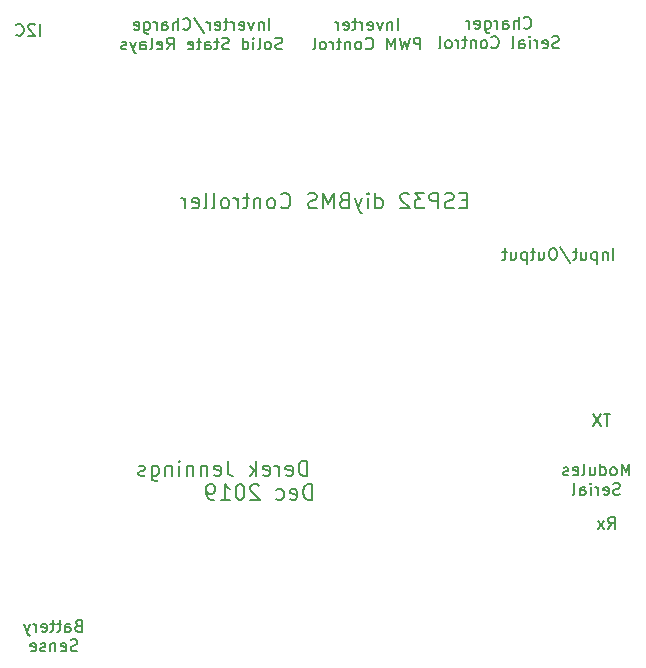
<source format=gbr>
G04 #@! TF.GenerationSoftware,KiCad,Pcbnew,5.1.4*
G04 #@! TF.CreationDate,2019-11-29T20:38:04+00:00*
G04 #@! TF.ProjectId,ESP32ControllerCircuit,45535033-3243-46f6-9e74-726f6c6c6572,rev?*
G04 #@! TF.SameCoordinates,Original*
G04 #@! TF.FileFunction,Legend,Bot*
G04 #@! TF.FilePolarity,Positive*
%FSLAX46Y46*%
G04 Gerber Fmt 4.6, Leading zero omitted, Abs format (unit mm)*
G04 Created by KiCad (PCBNEW 5.1.4) date 2019-11-29 20:38:04*
%MOMM*%
%LPD*%
G04 APERTURE LIST*
%ADD10C,0.150000*%
G04 APERTURE END LIST*
D10*
X89501428Y-129003571D02*
X89358571Y-129051190D01*
X89310952Y-129098809D01*
X89263333Y-129194047D01*
X89263333Y-129336904D01*
X89310952Y-129432142D01*
X89358571Y-129479761D01*
X89453809Y-129527380D01*
X89834761Y-129527380D01*
X89834761Y-128527380D01*
X89501428Y-128527380D01*
X89406190Y-128575000D01*
X89358571Y-128622619D01*
X89310952Y-128717857D01*
X89310952Y-128813095D01*
X89358571Y-128908333D01*
X89406190Y-128955952D01*
X89501428Y-129003571D01*
X89834761Y-129003571D01*
X88406190Y-129527380D02*
X88406190Y-129003571D01*
X88453809Y-128908333D01*
X88549047Y-128860714D01*
X88739523Y-128860714D01*
X88834761Y-128908333D01*
X88406190Y-129479761D02*
X88501428Y-129527380D01*
X88739523Y-129527380D01*
X88834761Y-129479761D01*
X88882380Y-129384523D01*
X88882380Y-129289285D01*
X88834761Y-129194047D01*
X88739523Y-129146428D01*
X88501428Y-129146428D01*
X88406190Y-129098809D01*
X88072857Y-128860714D02*
X87691904Y-128860714D01*
X87930000Y-128527380D02*
X87930000Y-129384523D01*
X87882380Y-129479761D01*
X87787142Y-129527380D01*
X87691904Y-129527380D01*
X87501428Y-128860714D02*
X87120476Y-128860714D01*
X87358571Y-128527380D02*
X87358571Y-129384523D01*
X87310952Y-129479761D01*
X87215714Y-129527380D01*
X87120476Y-129527380D01*
X86406190Y-129479761D02*
X86501428Y-129527380D01*
X86691904Y-129527380D01*
X86787142Y-129479761D01*
X86834761Y-129384523D01*
X86834761Y-129003571D01*
X86787142Y-128908333D01*
X86691904Y-128860714D01*
X86501428Y-128860714D01*
X86406190Y-128908333D01*
X86358571Y-129003571D01*
X86358571Y-129098809D01*
X86834761Y-129194047D01*
X85930000Y-129527380D02*
X85930000Y-128860714D01*
X85930000Y-129051190D02*
X85882380Y-128955952D01*
X85834761Y-128908333D01*
X85739523Y-128860714D01*
X85644285Y-128860714D01*
X85406190Y-128860714D02*
X85168095Y-129527380D01*
X84930000Y-128860714D02*
X85168095Y-129527380D01*
X85263333Y-129765476D01*
X85310952Y-129813095D01*
X85406190Y-129860714D01*
X89430000Y-131129761D02*
X89287142Y-131177380D01*
X89049047Y-131177380D01*
X88953809Y-131129761D01*
X88906190Y-131082142D01*
X88858571Y-130986904D01*
X88858571Y-130891666D01*
X88906190Y-130796428D01*
X88953809Y-130748809D01*
X89049047Y-130701190D01*
X89239523Y-130653571D01*
X89334761Y-130605952D01*
X89382380Y-130558333D01*
X89430000Y-130463095D01*
X89430000Y-130367857D01*
X89382380Y-130272619D01*
X89334761Y-130225000D01*
X89239523Y-130177380D01*
X89001428Y-130177380D01*
X88858571Y-130225000D01*
X88049047Y-131129761D02*
X88144285Y-131177380D01*
X88334761Y-131177380D01*
X88430000Y-131129761D01*
X88477619Y-131034523D01*
X88477619Y-130653571D01*
X88430000Y-130558333D01*
X88334761Y-130510714D01*
X88144285Y-130510714D01*
X88049047Y-130558333D01*
X88001428Y-130653571D01*
X88001428Y-130748809D01*
X88477619Y-130844047D01*
X87572857Y-130510714D02*
X87572857Y-131177380D01*
X87572857Y-130605952D02*
X87525238Y-130558333D01*
X87430000Y-130510714D01*
X87287142Y-130510714D01*
X87191904Y-130558333D01*
X87144285Y-130653571D01*
X87144285Y-131177380D01*
X86715714Y-131129761D02*
X86620476Y-131177380D01*
X86430000Y-131177380D01*
X86334761Y-131129761D01*
X86287142Y-131034523D01*
X86287142Y-130986904D01*
X86334761Y-130891666D01*
X86430000Y-130844047D01*
X86572857Y-130844047D01*
X86668095Y-130796428D01*
X86715714Y-130701190D01*
X86715714Y-130653571D01*
X86668095Y-130558333D01*
X86572857Y-130510714D01*
X86430000Y-130510714D01*
X86334761Y-130558333D01*
X85477619Y-131129761D02*
X85572857Y-131177380D01*
X85763333Y-131177380D01*
X85858571Y-131129761D01*
X85906190Y-131034523D01*
X85906190Y-130653571D01*
X85858571Y-130558333D01*
X85763333Y-130510714D01*
X85572857Y-130510714D01*
X85477619Y-130558333D01*
X85430000Y-130653571D01*
X85430000Y-130748809D01*
X85906190Y-130844047D01*
X134355238Y-120812380D02*
X134688571Y-120336190D01*
X134926666Y-120812380D02*
X134926666Y-119812380D01*
X134545714Y-119812380D01*
X134450476Y-119860000D01*
X134402857Y-119907619D01*
X134355238Y-120002857D01*
X134355238Y-120145714D01*
X134402857Y-120240952D01*
X134450476Y-120288571D01*
X134545714Y-120336190D01*
X134926666Y-120336190D01*
X134021904Y-120812380D02*
X133498095Y-120145714D01*
X134021904Y-120145714D02*
X133498095Y-120812380D01*
X134551904Y-111102380D02*
X133980476Y-111102380D01*
X134266190Y-112102380D02*
X134266190Y-111102380D01*
X133742380Y-111102380D02*
X133075714Y-112102380D01*
X133075714Y-111102380D02*
X133742380Y-112102380D01*
X127225238Y-78372142D02*
X127272857Y-78419761D01*
X127415714Y-78467380D01*
X127510952Y-78467380D01*
X127653809Y-78419761D01*
X127749047Y-78324523D01*
X127796666Y-78229285D01*
X127844285Y-78038809D01*
X127844285Y-77895952D01*
X127796666Y-77705476D01*
X127749047Y-77610238D01*
X127653809Y-77515000D01*
X127510952Y-77467380D01*
X127415714Y-77467380D01*
X127272857Y-77515000D01*
X127225238Y-77562619D01*
X126796666Y-78467380D02*
X126796666Y-77467380D01*
X126368095Y-78467380D02*
X126368095Y-77943571D01*
X126415714Y-77848333D01*
X126510952Y-77800714D01*
X126653809Y-77800714D01*
X126749047Y-77848333D01*
X126796666Y-77895952D01*
X125463333Y-78467380D02*
X125463333Y-77943571D01*
X125510952Y-77848333D01*
X125606190Y-77800714D01*
X125796666Y-77800714D01*
X125891904Y-77848333D01*
X125463333Y-78419761D02*
X125558571Y-78467380D01*
X125796666Y-78467380D01*
X125891904Y-78419761D01*
X125939523Y-78324523D01*
X125939523Y-78229285D01*
X125891904Y-78134047D01*
X125796666Y-78086428D01*
X125558571Y-78086428D01*
X125463333Y-78038809D01*
X124987142Y-78467380D02*
X124987142Y-77800714D01*
X124987142Y-77991190D02*
X124939523Y-77895952D01*
X124891904Y-77848333D01*
X124796666Y-77800714D01*
X124701428Y-77800714D01*
X123939523Y-77800714D02*
X123939523Y-78610238D01*
X123987142Y-78705476D01*
X124034761Y-78753095D01*
X124130000Y-78800714D01*
X124272857Y-78800714D01*
X124368095Y-78753095D01*
X123939523Y-78419761D02*
X124034761Y-78467380D01*
X124225238Y-78467380D01*
X124320476Y-78419761D01*
X124368095Y-78372142D01*
X124415714Y-78276904D01*
X124415714Y-77991190D01*
X124368095Y-77895952D01*
X124320476Y-77848333D01*
X124225238Y-77800714D01*
X124034761Y-77800714D01*
X123939523Y-77848333D01*
X123082380Y-78419761D02*
X123177619Y-78467380D01*
X123368095Y-78467380D01*
X123463333Y-78419761D01*
X123510952Y-78324523D01*
X123510952Y-77943571D01*
X123463333Y-77848333D01*
X123368095Y-77800714D01*
X123177619Y-77800714D01*
X123082380Y-77848333D01*
X123034761Y-77943571D01*
X123034761Y-78038809D01*
X123510952Y-78134047D01*
X122606190Y-78467380D02*
X122606190Y-77800714D01*
X122606190Y-77991190D02*
X122558571Y-77895952D01*
X122510952Y-77848333D01*
X122415714Y-77800714D01*
X122320476Y-77800714D01*
X130201428Y-80069761D02*
X130058571Y-80117380D01*
X129820476Y-80117380D01*
X129725238Y-80069761D01*
X129677619Y-80022142D01*
X129630000Y-79926904D01*
X129630000Y-79831666D01*
X129677619Y-79736428D01*
X129725238Y-79688809D01*
X129820476Y-79641190D01*
X130010952Y-79593571D01*
X130106190Y-79545952D01*
X130153809Y-79498333D01*
X130201428Y-79403095D01*
X130201428Y-79307857D01*
X130153809Y-79212619D01*
X130106190Y-79165000D01*
X130010952Y-79117380D01*
X129772857Y-79117380D01*
X129630000Y-79165000D01*
X128820476Y-80069761D02*
X128915714Y-80117380D01*
X129106190Y-80117380D01*
X129201428Y-80069761D01*
X129249047Y-79974523D01*
X129249047Y-79593571D01*
X129201428Y-79498333D01*
X129106190Y-79450714D01*
X128915714Y-79450714D01*
X128820476Y-79498333D01*
X128772857Y-79593571D01*
X128772857Y-79688809D01*
X129249047Y-79784047D01*
X128344285Y-80117380D02*
X128344285Y-79450714D01*
X128344285Y-79641190D02*
X128296666Y-79545952D01*
X128249047Y-79498333D01*
X128153809Y-79450714D01*
X128058571Y-79450714D01*
X127725238Y-80117380D02*
X127725238Y-79450714D01*
X127725238Y-79117380D02*
X127772857Y-79165000D01*
X127725238Y-79212619D01*
X127677619Y-79165000D01*
X127725238Y-79117380D01*
X127725238Y-79212619D01*
X126820476Y-80117380D02*
X126820476Y-79593571D01*
X126868095Y-79498333D01*
X126963333Y-79450714D01*
X127153809Y-79450714D01*
X127249047Y-79498333D01*
X126820476Y-80069761D02*
X126915714Y-80117380D01*
X127153809Y-80117380D01*
X127249047Y-80069761D01*
X127296666Y-79974523D01*
X127296666Y-79879285D01*
X127249047Y-79784047D01*
X127153809Y-79736428D01*
X126915714Y-79736428D01*
X126820476Y-79688809D01*
X126201428Y-80117380D02*
X126296666Y-80069761D01*
X126344285Y-79974523D01*
X126344285Y-79117380D01*
X124487142Y-80022142D02*
X124534761Y-80069761D01*
X124677619Y-80117380D01*
X124772857Y-80117380D01*
X124915714Y-80069761D01*
X125010952Y-79974523D01*
X125058571Y-79879285D01*
X125106190Y-79688809D01*
X125106190Y-79545952D01*
X125058571Y-79355476D01*
X125010952Y-79260238D01*
X124915714Y-79165000D01*
X124772857Y-79117380D01*
X124677619Y-79117380D01*
X124534761Y-79165000D01*
X124487142Y-79212619D01*
X123915714Y-80117380D02*
X124010952Y-80069761D01*
X124058571Y-80022142D01*
X124106190Y-79926904D01*
X124106190Y-79641190D01*
X124058571Y-79545952D01*
X124010952Y-79498333D01*
X123915714Y-79450714D01*
X123772857Y-79450714D01*
X123677619Y-79498333D01*
X123630000Y-79545952D01*
X123582380Y-79641190D01*
X123582380Y-79926904D01*
X123630000Y-80022142D01*
X123677619Y-80069761D01*
X123772857Y-80117380D01*
X123915714Y-80117380D01*
X123153809Y-79450714D02*
X123153809Y-80117380D01*
X123153809Y-79545952D02*
X123106190Y-79498333D01*
X123010952Y-79450714D01*
X122868095Y-79450714D01*
X122772857Y-79498333D01*
X122725238Y-79593571D01*
X122725238Y-80117380D01*
X122391904Y-79450714D02*
X122010952Y-79450714D01*
X122249047Y-79117380D02*
X122249047Y-79974523D01*
X122201428Y-80069761D01*
X122106190Y-80117380D01*
X122010952Y-80117380D01*
X121677619Y-80117380D02*
X121677619Y-79450714D01*
X121677619Y-79641190D02*
X121630000Y-79545952D01*
X121582380Y-79498333D01*
X121487142Y-79450714D01*
X121391904Y-79450714D01*
X120915714Y-80117380D02*
X121010952Y-80069761D01*
X121058571Y-80022142D01*
X121106190Y-79926904D01*
X121106190Y-79641190D01*
X121058571Y-79545952D01*
X121010952Y-79498333D01*
X120915714Y-79450714D01*
X120772857Y-79450714D01*
X120677619Y-79498333D01*
X120630000Y-79545952D01*
X120582380Y-79641190D01*
X120582380Y-79926904D01*
X120630000Y-80022142D01*
X120677619Y-80069761D01*
X120772857Y-80117380D01*
X120915714Y-80117380D01*
X120010952Y-80117380D02*
X120106190Y-80069761D01*
X120153809Y-79974523D01*
X120153809Y-79117380D01*
X116565238Y-78577380D02*
X116565238Y-77577380D01*
X116089047Y-77910714D02*
X116089047Y-78577380D01*
X116089047Y-78005952D02*
X116041428Y-77958333D01*
X115946190Y-77910714D01*
X115803333Y-77910714D01*
X115708095Y-77958333D01*
X115660476Y-78053571D01*
X115660476Y-78577380D01*
X115279523Y-77910714D02*
X115041428Y-78577380D01*
X114803333Y-77910714D01*
X114041428Y-78529761D02*
X114136666Y-78577380D01*
X114327142Y-78577380D01*
X114422380Y-78529761D01*
X114470000Y-78434523D01*
X114470000Y-78053571D01*
X114422380Y-77958333D01*
X114327142Y-77910714D01*
X114136666Y-77910714D01*
X114041428Y-77958333D01*
X113993809Y-78053571D01*
X113993809Y-78148809D01*
X114470000Y-78244047D01*
X113565238Y-78577380D02*
X113565238Y-77910714D01*
X113565238Y-78101190D02*
X113517619Y-78005952D01*
X113470000Y-77958333D01*
X113374761Y-77910714D01*
X113279523Y-77910714D01*
X113089047Y-77910714D02*
X112708095Y-77910714D01*
X112946190Y-77577380D02*
X112946190Y-78434523D01*
X112898571Y-78529761D01*
X112803333Y-78577380D01*
X112708095Y-78577380D01*
X111993809Y-78529761D02*
X112089047Y-78577380D01*
X112279523Y-78577380D01*
X112374761Y-78529761D01*
X112422380Y-78434523D01*
X112422380Y-78053571D01*
X112374761Y-77958333D01*
X112279523Y-77910714D01*
X112089047Y-77910714D01*
X111993809Y-77958333D01*
X111946190Y-78053571D01*
X111946190Y-78148809D01*
X112422380Y-78244047D01*
X111517619Y-78577380D02*
X111517619Y-77910714D01*
X111517619Y-78101190D02*
X111470000Y-78005952D01*
X111422380Y-77958333D01*
X111327142Y-77910714D01*
X111231904Y-77910714D01*
X118470000Y-80227380D02*
X118470000Y-79227380D01*
X118089047Y-79227380D01*
X117993809Y-79275000D01*
X117946190Y-79322619D01*
X117898571Y-79417857D01*
X117898571Y-79560714D01*
X117946190Y-79655952D01*
X117993809Y-79703571D01*
X118089047Y-79751190D01*
X118470000Y-79751190D01*
X117565238Y-79227380D02*
X117327142Y-80227380D01*
X117136666Y-79513095D01*
X116946190Y-80227380D01*
X116708095Y-79227380D01*
X116327142Y-80227380D02*
X116327142Y-79227380D01*
X115993809Y-79941666D01*
X115660476Y-79227380D01*
X115660476Y-80227380D01*
X113850952Y-80132142D02*
X113898571Y-80179761D01*
X114041428Y-80227380D01*
X114136666Y-80227380D01*
X114279523Y-80179761D01*
X114374761Y-80084523D01*
X114422380Y-79989285D01*
X114470000Y-79798809D01*
X114470000Y-79655952D01*
X114422380Y-79465476D01*
X114374761Y-79370238D01*
X114279523Y-79275000D01*
X114136666Y-79227380D01*
X114041428Y-79227380D01*
X113898571Y-79275000D01*
X113850952Y-79322619D01*
X113279523Y-80227380D02*
X113374761Y-80179761D01*
X113422380Y-80132142D01*
X113470000Y-80036904D01*
X113470000Y-79751190D01*
X113422380Y-79655952D01*
X113374761Y-79608333D01*
X113279523Y-79560714D01*
X113136666Y-79560714D01*
X113041428Y-79608333D01*
X112993809Y-79655952D01*
X112946190Y-79751190D01*
X112946190Y-80036904D01*
X112993809Y-80132142D01*
X113041428Y-80179761D01*
X113136666Y-80227380D01*
X113279523Y-80227380D01*
X112517619Y-79560714D02*
X112517619Y-80227380D01*
X112517619Y-79655952D02*
X112470000Y-79608333D01*
X112374761Y-79560714D01*
X112231904Y-79560714D01*
X112136666Y-79608333D01*
X112089047Y-79703571D01*
X112089047Y-80227380D01*
X111755714Y-79560714D02*
X111374761Y-79560714D01*
X111612857Y-79227380D02*
X111612857Y-80084523D01*
X111565238Y-80179761D01*
X111470000Y-80227380D01*
X111374761Y-80227380D01*
X111041428Y-80227380D02*
X111041428Y-79560714D01*
X111041428Y-79751190D02*
X110993809Y-79655952D01*
X110946190Y-79608333D01*
X110850952Y-79560714D01*
X110755714Y-79560714D01*
X110279523Y-80227380D02*
X110374761Y-80179761D01*
X110422380Y-80132142D01*
X110470000Y-80036904D01*
X110470000Y-79751190D01*
X110422380Y-79655952D01*
X110374761Y-79608333D01*
X110279523Y-79560714D01*
X110136666Y-79560714D01*
X110041428Y-79608333D01*
X109993809Y-79655952D01*
X109946190Y-79751190D01*
X109946190Y-80036904D01*
X109993809Y-80132142D01*
X110041428Y-80179761D01*
X110136666Y-80227380D01*
X110279523Y-80227380D01*
X109374761Y-80227380D02*
X109470000Y-80179761D01*
X109517619Y-80084523D01*
X109517619Y-79227380D01*
X105674285Y-78577380D02*
X105674285Y-77577380D01*
X105198095Y-77910714D02*
X105198095Y-78577380D01*
X105198095Y-78005952D02*
X105150476Y-77958333D01*
X105055238Y-77910714D01*
X104912380Y-77910714D01*
X104817142Y-77958333D01*
X104769523Y-78053571D01*
X104769523Y-78577380D01*
X104388571Y-77910714D02*
X104150476Y-78577380D01*
X103912380Y-77910714D01*
X103150476Y-78529761D02*
X103245714Y-78577380D01*
X103436190Y-78577380D01*
X103531428Y-78529761D01*
X103579047Y-78434523D01*
X103579047Y-78053571D01*
X103531428Y-77958333D01*
X103436190Y-77910714D01*
X103245714Y-77910714D01*
X103150476Y-77958333D01*
X103102857Y-78053571D01*
X103102857Y-78148809D01*
X103579047Y-78244047D01*
X102674285Y-78577380D02*
X102674285Y-77910714D01*
X102674285Y-78101190D02*
X102626666Y-78005952D01*
X102579047Y-77958333D01*
X102483809Y-77910714D01*
X102388571Y-77910714D01*
X102198095Y-77910714D02*
X101817142Y-77910714D01*
X102055238Y-77577380D02*
X102055238Y-78434523D01*
X102007619Y-78529761D01*
X101912380Y-78577380D01*
X101817142Y-78577380D01*
X101102857Y-78529761D02*
X101198095Y-78577380D01*
X101388571Y-78577380D01*
X101483809Y-78529761D01*
X101531428Y-78434523D01*
X101531428Y-78053571D01*
X101483809Y-77958333D01*
X101388571Y-77910714D01*
X101198095Y-77910714D01*
X101102857Y-77958333D01*
X101055238Y-78053571D01*
X101055238Y-78148809D01*
X101531428Y-78244047D01*
X100626666Y-78577380D02*
X100626666Y-77910714D01*
X100626666Y-78101190D02*
X100579047Y-78005952D01*
X100531428Y-77958333D01*
X100436190Y-77910714D01*
X100340952Y-77910714D01*
X99293333Y-77529761D02*
X100150476Y-78815476D01*
X98388571Y-78482142D02*
X98436190Y-78529761D01*
X98579047Y-78577380D01*
X98674285Y-78577380D01*
X98817142Y-78529761D01*
X98912380Y-78434523D01*
X98960000Y-78339285D01*
X99007619Y-78148809D01*
X99007619Y-78005952D01*
X98960000Y-77815476D01*
X98912380Y-77720238D01*
X98817142Y-77625000D01*
X98674285Y-77577380D01*
X98579047Y-77577380D01*
X98436190Y-77625000D01*
X98388571Y-77672619D01*
X97960000Y-78577380D02*
X97960000Y-77577380D01*
X97531428Y-78577380D02*
X97531428Y-78053571D01*
X97579047Y-77958333D01*
X97674285Y-77910714D01*
X97817142Y-77910714D01*
X97912380Y-77958333D01*
X97960000Y-78005952D01*
X96626666Y-78577380D02*
X96626666Y-78053571D01*
X96674285Y-77958333D01*
X96769523Y-77910714D01*
X96960000Y-77910714D01*
X97055238Y-77958333D01*
X96626666Y-78529761D02*
X96721904Y-78577380D01*
X96960000Y-78577380D01*
X97055238Y-78529761D01*
X97102857Y-78434523D01*
X97102857Y-78339285D01*
X97055238Y-78244047D01*
X96960000Y-78196428D01*
X96721904Y-78196428D01*
X96626666Y-78148809D01*
X96150476Y-78577380D02*
X96150476Y-77910714D01*
X96150476Y-78101190D02*
X96102857Y-78005952D01*
X96055238Y-77958333D01*
X95960000Y-77910714D01*
X95864761Y-77910714D01*
X95102857Y-77910714D02*
X95102857Y-78720238D01*
X95150476Y-78815476D01*
X95198095Y-78863095D01*
X95293333Y-78910714D01*
X95436190Y-78910714D01*
X95531428Y-78863095D01*
X95102857Y-78529761D02*
X95198095Y-78577380D01*
X95388571Y-78577380D01*
X95483809Y-78529761D01*
X95531428Y-78482142D01*
X95579047Y-78386904D01*
X95579047Y-78101190D01*
X95531428Y-78005952D01*
X95483809Y-77958333D01*
X95388571Y-77910714D01*
X95198095Y-77910714D01*
X95102857Y-77958333D01*
X94245714Y-78529761D02*
X94340952Y-78577380D01*
X94531428Y-78577380D01*
X94626666Y-78529761D01*
X94674285Y-78434523D01*
X94674285Y-78053571D01*
X94626666Y-77958333D01*
X94531428Y-77910714D01*
X94340952Y-77910714D01*
X94245714Y-77958333D01*
X94198095Y-78053571D01*
X94198095Y-78148809D01*
X94674285Y-78244047D01*
X106769523Y-80179761D02*
X106626666Y-80227380D01*
X106388571Y-80227380D01*
X106293333Y-80179761D01*
X106245714Y-80132142D01*
X106198095Y-80036904D01*
X106198095Y-79941666D01*
X106245714Y-79846428D01*
X106293333Y-79798809D01*
X106388571Y-79751190D01*
X106579047Y-79703571D01*
X106674285Y-79655952D01*
X106721904Y-79608333D01*
X106769523Y-79513095D01*
X106769523Y-79417857D01*
X106721904Y-79322619D01*
X106674285Y-79275000D01*
X106579047Y-79227380D01*
X106340952Y-79227380D01*
X106198095Y-79275000D01*
X105626666Y-80227380D02*
X105721904Y-80179761D01*
X105769523Y-80132142D01*
X105817142Y-80036904D01*
X105817142Y-79751190D01*
X105769523Y-79655952D01*
X105721904Y-79608333D01*
X105626666Y-79560714D01*
X105483809Y-79560714D01*
X105388571Y-79608333D01*
X105340952Y-79655952D01*
X105293333Y-79751190D01*
X105293333Y-80036904D01*
X105340952Y-80132142D01*
X105388571Y-80179761D01*
X105483809Y-80227380D01*
X105626666Y-80227380D01*
X104721904Y-80227380D02*
X104817142Y-80179761D01*
X104864761Y-80084523D01*
X104864761Y-79227380D01*
X104340952Y-80227380D02*
X104340952Y-79560714D01*
X104340952Y-79227380D02*
X104388571Y-79275000D01*
X104340952Y-79322619D01*
X104293333Y-79275000D01*
X104340952Y-79227380D01*
X104340952Y-79322619D01*
X103436190Y-80227380D02*
X103436190Y-79227380D01*
X103436190Y-80179761D02*
X103531428Y-80227380D01*
X103721904Y-80227380D01*
X103817142Y-80179761D01*
X103864761Y-80132142D01*
X103912380Y-80036904D01*
X103912380Y-79751190D01*
X103864761Y-79655952D01*
X103817142Y-79608333D01*
X103721904Y-79560714D01*
X103531428Y-79560714D01*
X103436190Y-79608333D01*
X102245714Y-80179761D02*
X102102857Y-80227380D01*
X101864761Y-80227380D01*
X101769523Y-80179761D01*
X101721904Y-80132142D01*
X101674285Y-80036904D01*
X101674285Y-79941666D01*
X101721904Y-79846428D01*
X101769523Y-79798809D01*
X101864761Y-79751190D01*
X102055238Y-79703571D01*
X102150476Y-79655952D01*
X102198095Y-79608333D01*
X102245714Y-79513095D01*
X102245714Y-79417857D01*
X102198095Y-79322619D01*
X102150476Y-79275000D01*
X102055238Y-79227380D01*
X101817142Y-79227380D01*
X101674285Y-79275000D01*
X101388571Y-79560714D02*
X101007619Y-79560714D01*
X101245714Y-79227380D02*
X101245714Y-80084523D01*
X101198095Y-80179761D01*
X101102857Y-80227380D01*
X101007619Y-80227380D01*
X100245714Y-80227380D02*
X100245714Y-79703571D01*
X100293333Y-79608333D01*
X100388571Y-79560714D01*
X100579047Y-79560714D01*
X100674285Y-79608333D01*
X100245714Y-80179761D02*
X100340952Y-80227380D01*
X100579047Y-80227380D01*
X100674285Y-80179761D01*
X100721904Y-80084523D01*
X100721904Y-79989285D01*
X100674285Y-79894047D01*
X100579047Y-79846428D01*
X100340952Y-79846428D01*
X100245714Y-79798809D01*
X99912380Y-79560714D02*
X99531428Y-79560714D01*
X99769523Y-79227380D02*
X99769523Y-80084523D01*
X99721904Y-80179761D01*
X99626666Y-80227380D01*
X99531428Y-80227380D01*
X98817142Y-80179761D02*
X98912380Y-80227380D01*
X99102857Y-80227380D01*
X99198095Y-80179761D01*
X99245714Y-80084523D01*
X99245714Y-79703571D01*
X99198095Y-79608333D01*
X99102857Y-79560714D01*
X98912380Y-79560714D01*
X98817142Y-79608333D01*
X98769523Y-79703571D01*
X98769523Y-79798809D01*
X99245714Y-79894047D01*
X97007619Y-80227380D02*
X97340952Y-79751190D01*
X97579047Y-80227380D02*
X97579047Y-79227380D01*
X97198095Y-79227380D01*
X97102857Y-79275000D01*
X97055238Y-79322619D01*
X97007619Y-79417857D01*
X97007619Y-79560714D01*
X97055238Y-79655952D01*
X97102857Y-79703571D01*
X97198095Y-79751190D01*
X97579047Y-79751190D01*
X96198095Y-80179761D02*
X96293333Y-80227380D01*
X96483809Y-80227380D01*
X96579047Y-80179761D01*
X96626666Y-80084523D01*
X96626666Y-79703571D01*
X96579047Y-79608333D01*
X96483809Y-79560714D01*
X96293333Y-79560714D01*
X96198095Y-79608333D01*
X96150476Y-79703571D01*
X96150476Y-79798809D01*
X96626666Y-79894047D01*
X95579047Y-80227380D02*
X95674285Y-80179761D01*
X95721904Y-80084523D01*
X95721904Y-79227380D01*
X94769523Y-80227380D02*
X94769523Y-79703571D01*
X94817142Y-79608333D01*
X94912380Y-79560714D01*
X95102857Y-79560714D01*
X95198095Y-79608333D01*
X94769523Y-80179761D02*
X94864761Y-80227380D01*
X95102857Y-80227380D01*
X95198095Y-80179761D01*
X95245714Y-80084523D01*
X95245714Y-79989285D01*
X95198095Y-79894047D01*
X95102857Y-79846428D01*
X94864761Y-79846428D01*
X94769523Y-79798809D01*
X94388571Y-79560714D02*
X94150476Y-80227380D01*
X93912380Y-79560714D02*
X94150476Y-80227380D01*
X94245714Y-80465476D01*
X94293333Y-80513095D01*
X94388571Y-80560714D01*
X93579047Y-80179761D02*
X93483809Y-80227380D01*
X93293333Y-80227380D01*
X93198095Y-80179761D01*
X93150476Y-80084523D01*
X93150476Y-80036904D01*
X93198095Y-79941666D01*
X93293333Y-79894047D01*
X93436190Y-79894047D01*
X93531428Y-79846428D01*
X93579047Y-79751190D01*
X93579047Y-79703571D01*
X93531428Y-79608333D01*
X93436190Y-79560714D01*
X93293333Y-79560714D01*
X93198095Y-79608333D01*
X86256190Y-79062380D02*
X86256190Y-78062380D01*
X85827619Y-78157619D02*
X85780000Y-78110000D01*
X85684761Y-78062380D01*
X85446666Y-78062380D01*
X85351428Y-78110000D01*
X85303809Y-78157619D01*
X85256190Y-78252857D01*
X85256190Y-78348095D01*
X85303809Y-78490952D01*
X85875238Y-79062380D01*
X85256190Y-79062380D01*
X84256190Y-78967142D02*
X84303809Y-79014761D01*
X84446666Y-79062380D01*
X84541904Y-79062380D01*
X84684761Y-79014761D01*
X84780000Y-78919523D01*
X84827619Y-78824285D01*
X84875238Y-78633809D01*
X84875238Y-78490952D01*
X84827619Y-78300476D01*
X84780000Y-78205238D01*
X84684761Y-78110000D01*
X84541904Y-78062380D01*
X84446666Y-78062380D01*
X84303809Y-78110000D01*
X84256190Y-78157619D01*
X134799047Y-98042380D02*
X134799047Y-97042380D01*
X134322857Y-97375714D02*
X134322857Y-98042380D01*
X134322857Y-97470952D02*
X134275238Y-97423333D01*
X134180000Y-97375714D01*
X134037142Y-97375714D01*
X133941904Y-97423333D01*
X133894285Y-97518571D01*
X133894285Y-98042380D01*
X133418095Y-97375714D02*
X133418095Y-98375714D01*
X133418095Y-97423333D02*
X133322857Y-97375714D01*
X133132380Y-97375714D01*
X133037142Y-97423333D01*
X132989523Y-97470952D01*
X132941904Y-97566190D01*
X132941904Y-97851904D01*
X132989523Y-97947142D01*
X133037142Y-97994761D01*
X133132380Y-98042380D01*
X133322857Y-98042380D01*
X133418095Y-97994761D01*
X132084761Y-97375714D02*
X132084761Y-98042380D01*
X132513333Y-97375714D02*
X132513333Y-97899523D01*
X132465714Y-97994761D01*
X132370476Y-98042380D01*
X132227619Y-98042380D01*
X132132380Y-97994761D01*
X132084761Y-97947142D01*
X131751428Y-97375714D02*
X131370476Y-97375714D01*
X131608571Y-97042380D02*
X131608571Y-97899523D01*
X131560952Y-97994761D01*
X131465714Y-98042380D01*
X131370476Y-98042380D01*
X130322857Y-96994761D02*
X131180000Y-98280476D01*
X129799047Y-97042380D02*
X129608571Y-97042380D01*
X129513333Y-97090000D01*
X129418095Y-97185238D01*
X129370476Y-97375714D01*
X129370476Y-97709047D01*
X129418095Y-97899523D01*
X129513333Y-97994761D01*
X129608571Y-98042380D01*
X129799047Y-98042380D01*
X129894285Y-97994761D01*
X129989523Y-97899523D01*
X130037142Y-97709047D01*
X130037142Y-97375714D01*
X129989523Y-97185238D01*
X129894285Y-97090000D01*
X129799047Y-97042380D01*
X128513333Y-97375714D02*
X128513333Y-98042380D01*
X128941904Y-97375714D02*
X128941904Y-97899523D01*
X128894285Y-97994761D01*
X128799047Y-98042380D01*
X128656190Y-98042380D01*
X128560952Y-97994761D01*
X128513333Y-97947142D01*
X128180000Y-97375714D02*
X127799047Y-97375714D01*
X128037142Y-97042380D02*
X128037142Y-97899523D01*
X127989523Y-97994761D01*
X127894285Y-98042380D01*
X127799047Y-98042380D01*
X127465714Y-97375714D02*
X127465714Y-98375714D01*
X127465714Y-97423333D02*
X127370476Y-97375714D01*
X127180000Y-97375714D01*
X127084761Y-97423333D01*
X127037142Y-97470952D01*
X126989523Y-97566190D01*
X126989523Y-97851904D01*
X127037142Y-97947142D01*
X127084761Y-97994761D01*
X127180000Y-98042380D01*
X127370476Y-98042380D01*
X127465714Y-97994761D01*
X126132380Y-97375714D02*
X126132380Y-98042380D01*
X126560952Y-97375714D02*
X126560952Y-97899523D01*
X126513333Y-97994761D01*
X126418095Y-98042380D01*
X126275238Y-98042380D01*
X126180000Y-97994761D01*
X126132380Y-97947142D01*
X125799047Y-97375714D02*
X125418095Y-97375714D01*
X125656190Y-97042380D02*
X125656190Y-97899523D01*
X125608571Y-97994761D01*
X125513333Y-98042380D01*
X125418095Y-98042380D01*
X136175714Y-116287380D02*
X136175714Y-115287380D01*
X135842380Y-116001666D01*
X135509047Y-115287380D01*
X135509047Y-116287380D01*
X134890000Y-116287380D02*
X134985238Y-116239761D01*
X135032857Y-116192142D01*
X135080476Y-116096904D01*
X135080476Y-115811190D01*
X135032857Y-115715952D01*
X134985238Y-115668333D01*
X134890000Y-115620714D01*
X134747142Y-115620714D01*
X134651904Y-115668333D01*
X134604285Y-115715952D01*
X134556666Y-115811190D01*
X134556666Y-116096904D01*
X134604285Y-116192142D01*
X134651904Y-116239761D01*
X134747142Y-116287380D01*
X134890000Y-116287380D01*
X133699523Y-116287380D02*
X133699523Y-115287380D01*
X133699523Y-116239761D02*
X133794761Y-116287380D01*
X133985238Y-116287380D01*
X134080476Y-116239761D01*
X134128095Y-116192142D01*
X134175714Y-116096904D01*
X134175714Y-115811190D01*
X134128095Y-115715952D01*
X134080476Y-115668333D01*
X133985238Y-115620714D01*
X133794761Y-115620714D01*
X133699523Y-115668333D01*
X132794761Y-115620714D02*
X132794761Y-116287380D01*
X133223333Y-115620714D02*
X133223333Y-116144523D01*
X133175714Y-116239761D01*
X133080476Y-116287380D01*
X132937619Y-116287380D01*
X132842380Y-116239761D01*
X132794761Y-116192142D01*
X132175714Y-116287380D02*
X132270952Y-116239761D01*
X132318571Y-116144523D01*
X132318571Y-115287380D01*
X131413809Y-116239761D02*
X131509047Y-116287380D01*
X131699523Y-116287380D01*
X131794761Y-116239761D01*
X131842380Y-116144523D01*
X131842380Y-115763571D01*
X131794761Y-115668333D01*
X131699523Y-115620714D01*
X131509047Y-115620714D01*
X131413809Y-115668333D01*
X131366190Y-115763571D01*
X131366190Y-115858809D01*
X131842380Y-115954047D01*
X130985238Y-116239761D02*
X130890000Y-116287380D01*
X130699523Y-116287380D01*
X130604285Y-116239761D01*
X130556666Y-116144523D01*
X130556666Y-116096904D01*
X130604285Y-116001666D01*
X130699523Y-115954047D01*
X130842380Y-115954047D01*
X130937619Y-115906428D01*
X130985238Y-115811190D01*
X130985238Y-115763571D01*
X130937619Y-115668333D01*
X130842380Y-115620714D01*
X130699523Y-115620714D01*
X130604285Y-115668333D01*
X135366190Y-117889761D02*
X135223333Y-117937380D01*
X134985238Y-117937380D01*
X134890000Y-117889761D01*
X134842380Y-117842142D01*
X134794761Y-117746904D01*
X134794761Y-117651666D01*
X134842380Y-117556428D01*
X134890000Y-117508809D01*
X134985238Y-117461190D01*
X135175714Y-117413571D01*
X135270952Y-117365952D01*
X135318571Y-117318333D01*
X135366190Y-117223095D01*
X135366190Y-117127857D01*
X135318571Y-117032619D01*
X135270952Y-116985000D01*
X135175714Y-116937380D01*
X134937619Y-116937380D01*
X134794761Y-116985000D01*
X133985238Y-117889761D02*
X134080476Y-117937380D01*
X134270952Y-117937380D01*
X134366190Y-117889761D01*
X134413809Y-117794523D01*
X134413809Y-117413571D01*
X134366190Y-117318333D01*
X134270952Y-117270714D01*
X134080476Y-117270714D01*
X133985238Y-117318333D01*
X133937619Y-117413571D01*
X133937619Y-117508809D01*
X134413809Y-117604047D01*
X133509047Y-117937380D02*
X133509047Y-117270714D01*
X133509047Y-117461190D02*
X133461428Y-117365952D01*
X133413809Y-117318333D01*
X133318571Y-117270714D01*
X133223333Y-117270714D01*
X132890000Y-117937380D02*
X132890000Y-117270714D01*
X132890000Y-116937380D02*
X132937619Y-116985000D01*
X132890000Y-117032619D01*
X132842380Y-116985000D01*
X132890000Y-116937380D01*
X132890000Y-117032619D01*
X131985238Y-117937380D02*
X131985238Y-117413571D01*
X132032857Y-117318333D01*
X132128095Y-117270714D01*
X132318571Y-117270714D01*
X132413809Y-117318333D01*
X131985238Y-117889761D02*
X132080476Y-117937380D01*
X132318571Y-117937380D01*
X132413809Y-117889761D01*
X132461428Y-117794523D01*
X132461428Y-117699285D01*
X132413809Y-117604047D01*
X132318571Y-117556428D01*
X132080476Y-117556428D01*
X131985238Y-117508809D01*
X131366190Y-117937380D02*
X131461428Y-117889761D01*
X131509047Y-117794523D01*
X131509047Y-116937380D01*
X122389523Y-92997142D02*
X121956190Y-92997142D01*
X121770476Y-93678095D02*
X122389523Y-93678095D01*
X122389523Y-92378095D01*
X121770476Y-92378095D01*
X121275238Y-93616190D02*
X121089523Y-93678095D01*
X120780000Y-93678095D01*
X120656190Y-93616190D01*
X120594285Y-93554285D01*
X120532380Y-93430476D01*
X120532380Y-93306666D01*
X120594285Y-93182857D01*
X120656190Y-93120952D01*
X120780000Y-93059047D01*
X121027619Y-92997142D01*
X121151428Y-92935238D01*
X121213333Y-92873333D01*
X121275238Y-92749523D01*
X121275238Y-92625714D01*
X121213333Y-92501904D01*
X121151428Y-92440000D01*
X121027619Y-92378095D01*
X120718095Y-92378095D01*
X120532380Y-92440000D01*
X119975238Y-93678095D02*
X119975238Y-92378095D01*
X119480000Y-92378095D01*
X119356190Y-92440000D01*
X119294285Y-92501904D01*
X119232380Y-92625714D01*
X119232380Y-92811428D01*
X119294285Y-92935238D01*
X119356190Y-92997142D01*
X119480000Y-93059047D01*
X119975238Y-93059047D01*
X118799047Y-92378095D02*
X117994285Y-92378095D01*
X118427619Y-92873333D01*
X118241904Y-92873333D01*
X118118095Y-92935238D01*
X118056190Y-92997142D01*
X117994285Y-93120952D01*
X117994285Y-93430476D01*
X118056190Y-93554285D01*
X118118095Y-93616190D01*
X118241904Y-93678095D01*
X118613333Y-93678095D01*
X118737142Y-93616190D01*
X118799047Y-93554285D01*
X117499047Y-92501904D02*
X117437142Y-92440000D01*
X117313333Y-92378095D01*
X117003809Y-92378095D01*
X116880000Y-92440000D01*
X116818095Y-92501904D01*
X116756190Y-92625714D01*
X116756190Y-92749523D01*
X116818095Y-92935238D01*
X117560952Y-93678095D01*
X116756190Y-93678095D01*
X114651428Y-93678095D02*
X114651428Y-92378095D01*
X114651428Y-93616190D02*
X114775238Y-93678095D01*
X115022857Y-93678095D01*
X115146666Y-93616190D01*
X115208571Y-93554285D01*
X115270476Y-93430476D01*
X115270476Y-93059047D01*
X115208571Y-92935238D01*
X115146666Y-92873333D01*
X115022857Y-92811428D01*
X114775238Y-92811428D01*
X114651428Y-92873333D01*
X114032380Y-93678095D02*
X114032380Y-92811428D01*
X114032380Y-92378095D02*
X114094285Y-92440000D01*
X114032380Y-92501904D01*
X113970476Y-92440000D01*
X114032380Y-92378095D01*
X114032380Y-92501904D01*
X113537142Y-92811428D02*
X113227619Y-93678095D01*
X112918095Y-92811428D02*
X113227619Y-93678095D01*
X113351428Y-93987619D01*
X113413333Y-94049523D01*
X113537142Y-94111428D01*
X111989523Y-92997142D02*
X111803809Y-93059047D01*
X111741904Y-93120952D01*
X111680000Y-93244761D01*
X111680000Y-93430476D01*
X111741904Y-93554285D01*
X111803809Y-93616190D01*
X111927619Y-93678095D01*
X112422857Y-93678095D01*
X112422857Y-92378095D01*
X111989523Y-92378095D01*
X111865714Y-92440000D01*
X111803809Y-92501904D01*
X111741904Y-92625714D01*
X111741904Y-92749523D01*
X111803809Y-92873333D01*
X111865714Y-92935238D01*
X111989523Y-92997142D01*
X112422857Y-92997142D01*
X111122857Y-93678095D02*
X111122857Y-92378095D01*
X110689523Y-93306666D01*
X110256190Y-92378095D01*
X110256190Y-93678095D01*
X109699047Y-93616190D02*
X109513333Y-93678095D01*
X109203809Y-93678095D01*
X109080000Y-93616190D01*
X109018095Y-93554285D01*
X108956190Y-93430476D01*
X108956190Y-93306666D01*
X109018095Y-93182857D01*
X109080000Y-93120952D01*
X109203809Y-93059047D01*
X109451428Y-92997142D01*
X109575238Y-92935238D01*
X109637142Y-92873333D01*
X109699047Y-92749523D01*
X109699047Y-92625714D01*
X109637142Y-92501904D01*
X109575238Y-92440000D01*
X109451428Y-92378095D01*
X109141904Y-92378095D01*
X108956190Y-92440000D01*
X106665714Y-93554285D02*
X106727619Y-93616190D01*
X106913333Y-93678095D01*
X107037142Y-93678095D01*
X107222857Y-93616190D01*
X107346666Y-93492380D01*
X107408571Y-93368571D01*
X107470476Y-93120952D01*
X107470476Y-92935238D01*
X107408571Y-92687619D01*
X107346666Y-92563809D01*
X107222857Y-92440000D01*
X107037142Y-92378095D01*
X106913333Y-92378095D01*
X106727619Y-92440000D01*
X106665714Y-92501904D01*
X105922857Y-93678095D02*
X106046666Y-93616190D01*
X106108571Y-93554285D01*
X106170476Y-93430476D01*
X106170476Y-93059047D01*
X106108571Y-92935238D01*
X106046666Y-92873333D01*
X105922857Y-92811428D01*
X105737142Y-92811428D01*
X105613333Y-92873333D01*
X105551428Y-92935238D01*
X105489523Y-93059047D01*
X105489523Y-93430476D01*
X105551428Y-93554285D01*
X105613333Y-93616190D01*
X105737142Y-93678095D01*
X105922857Y-93678095D01*
X104932380Y-92811428D02*
X104932380Y-93678095D01*
X104932380Y-92935238D02*
X104870476Y-92873333D01*
X104746666Y-92811428D01*
X104560952Y-92811428D01*
X104437142Y-92873333D01*
X104375238Y-92997142D01*
X104375238Y-93678095D01*
X103941904Y-92811428D02*
X103446666Y-92811428D01*
X103756190Y-92378095D02*
X103756190Y-93492380D01*
X103694285Y-93616190D01*
X103570476Y-93678095D01*
X103446666Y-93678095D01*
X103013333Y-93678095D02*
X103013333Y-92811428D01*
X103013333Y-93059047D02*
X102951428Y-92935238D01*
X102889523Y-92873333D01*
X102765714Y-92811428D01*
X102641904Y-92811428D01*
X102022857Y-93678095D02*
X102146666Y-93616190D01*
X102208571Y-93554285D01*
X102270476Y-93430476D01*
X102270476Y-93059047D01*
X102208571Y-92935238D01*
X102146666Y-92873333D01*
X102022857Y-92811428D01*
X101837142Y-92811428D01*
X101713333Y-92873333D01*
X101651428Y-92935238D01*
X101589523Y-93059047D01*
X101589523Y-93430476D01*
X101651428Y-93554285D01*
X101713333Y-93616190D01*
X101837142Y-93678095D01*
X102022857Y-93678095D01*
X100846666Y-93678095D02*
X100970476Y-93616190D01*
X101032380Y-93492380D01*
X101032380Y-92378095D01*
X100165714Y-93678095D02*
X100289523Y-93616190D01*
X100351428Y-93492380D01*
X100351428Y-92378095D01*
X99175238Y-93616190D02*
X99299047Y-93678095D01*
X99546666Y-93678095D01*
X99670476Y-93616190D01*
X99732380Y-93492380D01*
X99732380Y-92997142D01*
X99670476Y-92873333D01*
X99546666Y-92811428D01*
X99299047Y-92811428D01*
X99175238Y-92873333D01*
X99113333Y-92997142D01*
X99113333Y-93120952D01*
X99732380Y-93244761D01*
X98556190Y-93678095D02*
X98556190Y-92811428D01*
X98556190Y-93059047D02*
X98494285Y-92935238D01*
X98432380Y-92873333D01*
X98308571Y-92811428D01*
X98184761Y-92811428D01*
X108899047Y-116338095D02*
X108899047Y-115038095D01*
X108589523Y-115038095D01*
X108403809Y-115100000D01*
X108280000Y-115223809D01*
X108218095Y-115347619D01*
X108156190Y-115595238D01*
X108156190Y-115780952D01*
X108218095Y-116028571D01*
X108280000Y-116152380D01*
X108403809Y-116276190D01*
X108589523Y-116338095D01*
X108899047Y-116338095D01*
X107103809Y-116276190D02*
X107227619Y-116338095D01*
X107475238Y-116338095D01*
X107599047Y-116276190D01*
X107660952Y-116152380D01*
X107660952Y-115657142D01*
X107599047Y-115533333D01*
X107475238Y-115471428D01*
X107227619Y-115471428D01*
X107103809Y-115533333D01*
X107041904Y-115657142D01*
X107041904Y-115780952D01*
X107660952Y-115904761D01*
X106484761Y-116338095D02*
X106484761Y-115471428D01*
X106484761Y-115719047D02*
X106422857Y-115595238D01*
X106360952Y-115533333D01*
X106237142Y-115471428D01*
X106113333Y-115471428D01*
X105184761Y-116276190D02*
X105308571Y-116338095D01*
X105556190Y-116338095D01*
X105680000Y-116276190D01*
X105741904Y-116152380D01*
X105741904Y-115657142D01*
X105680000Y-115533333D01*
X105556190Y-115471428D01*
X105308571Y-115471428D01*
X105184761Y-115533333D01*
X105122857Y-115657142D01*
X105122857Y-115780952D01*
X105741904Y-115904761D01*
X104565714Y-116338095D02*
X104565714Y-115038095D01*
X104441904Y-115842857D02*
X104070476Y-116338095D01*
X104070476Y-115471428D02*
X104565714Y-115966666D01*
X102151428Y-115038095D02*
X102151428Y-115966666D01*
X102213333Y-116152380D01*
X102337142Y-116276190D01*
X102522857Y-116338095D01*
X102646666Y-116338095D01*
X101037142Y-116276190D02*
X101160952Y-116338095D01*
X101408571Y-116338095D01*
X101532380Y-116276190D01*
X101594285Y-116152380D01*
X101594285Y-115657142D01*
X101532380Y-115533333D01*
X101408571Y-115471428D01*
X101160952Y-115471428D01*
X101037142Y-115533333D01*
X100975238Y-115657142D01*
X100975238Y-115780952D01*
X101594285Y-115904761D01*
X100418095Y-115471428D02*
X100418095Y-116338095D01*
X100418095Y-115595238D02*
X100356190Y-115533333D01*
X100232380Y-115471428D01*
X100046666Y-115471428D01*
X99922857Y-115533333D01*
X99860952Y-115657142D01*
X99860952Y-116338095D01*
X99241904Y-115471428D02*
X99241904Y-116338095D01*
X99241904Y-115595238D02*
X99180000Y-115533333D01*
X99056190Y-115471428D01*
X98870476Y-115471428D01*
X98746666Y-115533333D01*
X98684761Y-115657142D01*
X98684761Y-116338095D01*
X98065714Y-116338095D02*
X98065714Y-115471428D01*
X98065714Y-115038095D02*
X98127619Y-115100000D01*
X98065714Y-115161904D01*
X98003809Y-115100000D01*
X98065714Y-115038095D01*
X98065714Y-115161904D01*
X97446666Y-115471428D02*
X97446666Y-116338095D01*
X97446666Y-115595238D02*
X97384761Y-115533333D01*
X97260952Y-115471428D01*
X97075238Y-115471428D01*
X96951428Y-115533333D01*
X96889523Y-115657142D01*
X96889523Y-116338095D01*
X95713333Y-115471428D02*
X95713333Y-116523809D01*
X95775238Y-116647619D01*
X95837142Y-116709523D01*
X95960952Y-116771428D01*
X96146666Y-116771428D01*
X96270476Y-116709523D01*
X95713333Y-116276190D02*
X95837142Y-116338095D01*
X96084761Y-116338095D01*
X96208571Y-116276190D01*
X96270476Y-116214285D01*
X96332380Y-116090476D01*
X96332380Y-115719047D01*
X96270476Y-115595238D01*
X96208571Y-115533333D01*
X96084761Y-115471428D01*
X95837142Y-115471428D01*
X95713333Y-115533333D01*
X95156190Y-116276190D02*
X95032380Y-116338095D01*
X94784761Y-116338095D01*
X94660952Y-116276190D01*
X94599047Y-116152380D01*
X94599047Y-116090476D01*
X94660952Y-115966666D01*
X94784761Y-115904761D01*
X94970476Y-115904761D01*
X95094285Y-115842857D01*
X95156190Y-115719047D01*
X95156190Y-115657142D01*
X95094285Y-115533333D01*
X94970476Y-115471428D01*
X94784761Y-115471428D01*
X94660952Y-115533333D01*
X109256190Y-118348095D02*
X109256190Y-117048095D01*
X108946666Y-117048095D01*
X108760952Y-117110000D01*
X108637142Y-117233809D01*
X108575238Y-117357619D01*
X108513333Y-117605238D01*
X108513333Y-117790952D01*
X108575238Y-118038571D01*
X108637142Y-118162380D01*
X108760952Y-118286190D01*
X108946666Y-118348095D01*
X109256190Y-118348095D01*
X107460952Y-118286190D02*
X107584761Y-118348095D01*
X107832380Y-118348095D01*
X107956190Y-118286190D01*
X108018095Y-118162380D01*
X108018095Y-117667142D01*
X107956190Y-117543333D01*
X107832380Y-117481428D01*
X107584761Y-117481428D01*
X107460952Y-117543333D01*
X107399047Y-117667142D01*
X107399047Y-117790952D01*
X108018095Y-117914761D01*
X106284761Y-118286190D02*
X106408571Y-118348095D01*
X106656190Y-118348095D01*
X106780000Y-118286190D01*
X106841904Y-118224285D01*
X106903809Y-118100476D01*
X106903809Y-117729047D01*
X106841904Y-117605238D01*
X106780000Y-117543333D01*
X106656190Y-117481428D01*
X106408571Y-117481428D01*
X106284761Y-117543333D01*
X104799047Y-117171904D02*
X104737142Y-117110000D01*
X104613333Y-117048095D01*
X104303809Y-117048095D01*
X104180000Y-117110000D01*
X104118095Y-117171904D01*
X104056190Y-117295714D01*
X104056190Y-117419523D01*
X104118095Y-117605238D01*
X104860952Y-118348095D01*
X104056190Y-118348095D01*
X103251428Y-117048095D02*
X103127619Y-117048095D01*
X103003809Y-117110000D01*
X102941904Y-117171904D01*
X102880000Y-117295714D01*
X102818095Y-117543333D01*
X102818095Y-117852857D01*
X102880000Y-118100476D01*
X102941904Y-118224285D01*
X103003809Y-118286190D01*
X103127619Y-118348095D01*
X103251428Y-118348095D01*
X103375238Y-118286190D01*
X103437142Y-118224285D01*
X103499047Y-118100476D01*
X103560952Y-117852857D01*
X103560952Y-117543333D01*
X103499047Y-117295714D01*
X103437142Y-117171904D01*
X103375238Y-117110000D01*
X103251428Y-117048095D01*
X101580000Y-118348095D02*
X102322857Y-118348095D01*
X101951428Y-118348095D02*
X101951428Y-117048095D01*
X102075238Y-117233809D01*
X102199047Y-117357619D01*
X102322857Y-117419523D01*
X100960952Y-118348095D02*
X100713333Y-118348095D01*
X100589523Y-118286190D01*
X100527619Y-118224285D01*
X100403809Y-118038571D01*
X100341904Y-117790952D01*
X100341904Y-117295714D01*
X100403809Y-117171904D01*
X100465714Y-117110000D01*
X100589523Y-117048095D01*
X100837142Y-117048095D01*
X100960952Y-117110000D01*
X101022857Y-117171904D01*
X101084761Y-117295714D01*
X101084761Y-117605238D01*
X101022857Y-117729047D01*
X100960952Y-117790952D01*
X100837142Y-117852857D01*
X100589523Y-117852857D01*
X100465714Y-117790952D01*
X100403809Y-117729047D01*
X100341904Y-117605238D01*
M02*

</source>
